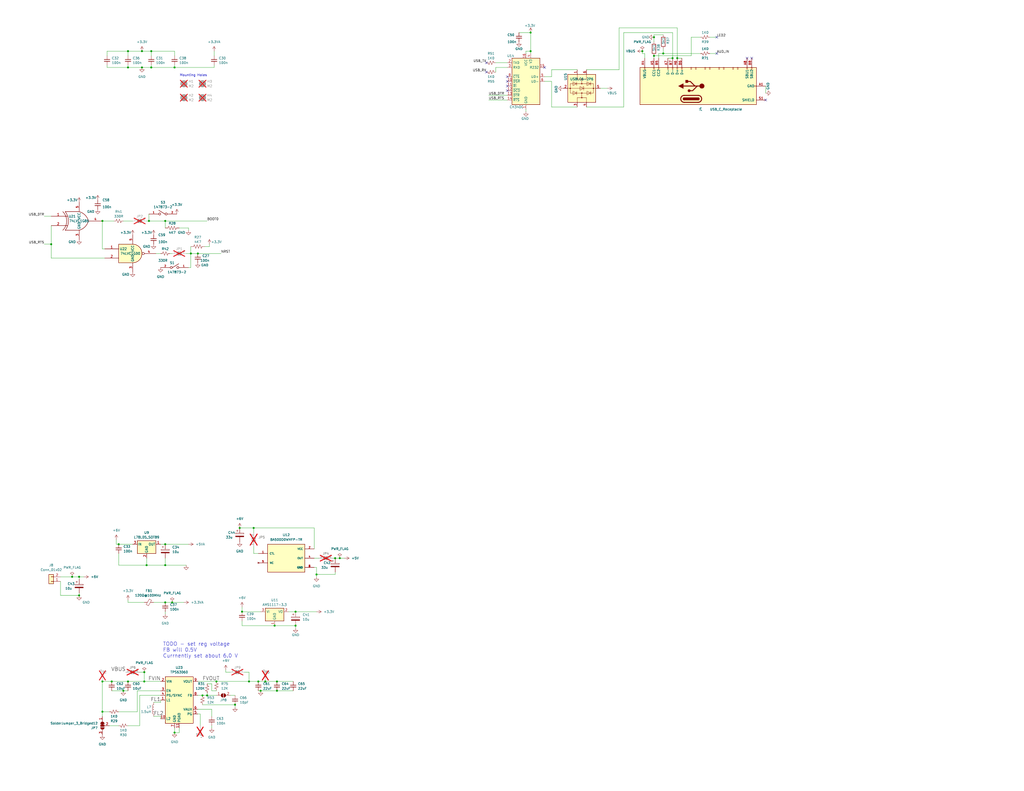
<source format=kicad_sch>
(kicad_sch (version 20230121) (generator eeschema)
  (paper "C")
  (title_block (title "Clock") (date "2023-12-25") (rev "V9.2") (company "Cullen Jennings"))
  (junction (at 77.47 27.94))
  (junction (at 118.11 372.11))
  (junction (at 161.29 341.63))
  (junction (at 43.18 325.12))
  (junction (at 113.03 379.73))
  (junction (at 81.28 120.65))
  (junction (at 107.95 138.43))
  (junction (at 361.95 29.21))
  (junction (at 185.42 304.8))
  (junction (at 151.13 377.19))
  (junction (at 140.97 372.11))
  (junction (at 356.87 30.48))
  (junction (at 60.96 372.11))
  (junction (at 138.43 288.29))
  (junction (at 182.88 304.8))
  (junction (at 55.88 388.62))
  (junction (at 128.27 384.81))
  (junction (at 55.88 372.11))
  (junction (at 69.85 36.83))
  (junction (at 77.47 36.83))
  (junction (at 69.85 27.94))
  (junction (at 130.81 288.29))
  (junction (at 367.03 31.75))
  (junction (at 90.17 308.61))
  (junction (at 369.57 31.75))
  (junction (at 142.24 377.19))
  (junction (at 80.01 308.61))
  (junction (at 90.17 120.65))
  (junction (at 82.55 27.94))
  (junction (at 350.52 27.94))
  (junction (at 82.55 36.83))
  (junction (at 69.85 372.11))
  (junction (at 95.25 400.05))
  (junction (at 27.94 133.35))
  (junction (at 93.98 328.93))
  (junction (at 135.89 372.11))
  (junction (at 132.08 334.01))
  (junction (at 64.77 297.18))
  (junction (at 95.25 36.83))
  (junction (at 161.29 334.01))
  (junction (at 172.72 313.69))
  (junction (at 289.56 17.78))
  (junction (at 289.56 27.94))
  (junction (at 104.14 138.43))
  (junction (at 43.18 314.96))
  (junction (at 39.37 314.96))
  (junction (at 151.13 372.11))
  (junction (at 90.17 297.18))
  (junction (at 110.49 379.73))
  (junction (at 67.31 377.19))
  (junction (at 90.17 328.93))
  (junction (at 78.74 367.03))
  (junction (at 356.87 20.32))
  (junction (at 149.86 341.63))
  (junction (at 55.88 120.65))
  (junction (at 144.78 372.11))
  (junction (at 78.74 372.11))
  (no_connect (at 417.83 54.61))
  (no_connect (at 410.21 31.75))
  (no_connect (at 276.86 44.45))
  (no_connect (at 391.16 29.21))
  (no_connect (at 297.18 36.83))
  (no_connect (at 276.86 41.91))
  (no_connect (at 407.67 31.75))
  (no_connect (at 276.86 46.99))
  (no_connect (at 265.43 34.29))
  (no_connect (at 276.86 49.53))
  (no_connect (at 265.43 39.37))
  (no_connect (at 391.16 20.32))
  (wire (pts (xy 69.85 372.11) (xy 78.74 372.11)))
  (wire (pts (xy 43.18 323.85) (xy 43.18 325.12)))
  (wire (pts (xy 58.42 27.94) (xy 69.85 27.94)))
  (wire (pts (xy 116.84 27.94) (xy 116.84 30.48)))
  (wire (pts (xy 95.25 27.94) (xy 82.55 27.94)))
  (wire (pts (xy 157.48 334.01) (xy 161.29 334.01)))
  (wire (pts (xy 161.29 341.63) (xy 161.29 342.9)))
  (wire (pts (xy 69.85 27.94) (xy 77.47 27.94)))
  (wire (pts (xy 33.02 325.12) (xy 43.18 325.12)))
  (wire (pts (xy 101.6 138.43) (xy 104.14 138.43)))
  (wire (pts (xy 161.29 334.01) (xy 172.72 334.01)))
  (wire (pts (xy 95.25 30.48) (xy 95.25 27.94)))
  (wire (pts (xy 276.86 54.61) (xy 266.7 54.61)))
  (wire (pts (xy 417.83 50.8) (xy 417.83 46.99)))
  (wire (pts (xy 81.28 116.84) (xy 81.28 120.65)))
  (wire (pts (xy 104.14 138.43) (xy 107.95 138.43)))
  (wire (pts (xy 76.2 379.73) (xy 87.63 379.73)))
  (wire (pts (xy 107.95 389.89) (xy 109.22 389.89)))
  (wire (pts (xy 300.99 41.91) (xy 297.18 41.91)))
  (wire (pts (xy 109.22 389.89) (xy 109.22 396.24)))
  (wire (pts (xy 97.79 400.05) (xy 95.25 400.05)))
  (wire (pts (xy 387.35 29.21) (xy 391.16 29.21)))
  (wire (pts (xy 85.09 138.43) (xy 87.63 138.43)))
  (wire (pts (xy 90.17 297.18) (xy 102.87 297.18)))
  (wire (pts (xy 107.95 372.11) (xy 118.11 372.11)))
  (wire (pts (xy 33.02 317.5) (xy 33.02 325.12)))
  (wire (pts (xy 55.88 388.62) (xy 55.88 391.16)))
  (wire (pts (xy 58.42 36.83) (xy 69.85 36.83)))
  (wire (pts (xy 92.71 138.43) (xy 93.98 138.43)))
  (wire (pts (xy 289.56 27.94) (xy 287.02 27.94)))
  (wire (pts (xy 64.77 297.18) (xy 63.5 297.18)))
  (wire (pts (xy 115.57 387.35) (xy 115.57 391.16)))
  (wire (pts (xy 118.11 372.11) (xy 135.89 372.11)))
  (wire (pts (xy 135.89 372.11) (xy 140.97 372.11)))
  (wire (pts (xy 90.17 334.01) (xy 90.17 335.28)))
  (wire (pts (xy 160.02 372.11) (xy 151.13 372.11)))
  (wire (pts (xy 172.72 314.96) (xy 172.72 313.69)))
  (wire (pts (xy 83.82 328.93) (xy 90.17 328.93)))
  (wire (pts (xy 270.51 34.29) (xy 276.86 34.29)))
  (wire (pts (xy 270.51 36.83) (xy 270.51 39.37)))
  (wire (pts (xy 350.52 27.94) (xy 350.52 29.21)))
  (wire (pts (xy 356.87 22.86) (xy 356.87 20.32)))
  (wire (pts (xy 300.99 38.1) (xy 300.99 41.91)))
  (wire (pts (xy 276.86 52.07) (xy 266.7 52.07)))
  (wire (pts (xy 76.2 367.03) (xy 78.74 367.03)))
  (wire (pts (xy 55.88 135.89) (xy 57.15 135.89)))
  (wire (pts (xy 81.28 120.65) (xy 90.17 120.65)))
  (wire (pts (xy 57.15 140.97) (xy 27.94 140.97)))
  (wire (pts (xy 151.13 377.19) (xy 160.02 377.19)))
  (wire (pts (xy 140.97 377.19) (xy 142.24 377.19)))
  (wire (pts (xy 87.63 383.54) (xy 87.63 382.27)))
  (wire (pts (xy 123.19 365.76) (xy 123.19 367.03)))
  (wire (pts (xy 27.94 140.97) (xy 27.94 133.35)))
  (wire (pts (xy 356.87 19.05) (xy 356.87 20.32)))
  (wire (pts (xy 185.42 304.8) (xy 187.96 304.8)))
  (wire (pts (xy 102.87 146.05) (xy 104.14 146.05)))
  (wire (pts (xy 113.03 378.46) (xy 113.03 379.73)))
  (wire (pts (xy 340.36 58.42) (xy 340.36 17.78)))
  (wire (pts (xy 83.82 383.54) (xy 87.63 383.54)))
  (wire (pts (xy 337.82 38.1) (xy 337.82 15.24)))
  (wire (pts (xy 60.96 377.19) (xy 67.31 377.19)))
  (wire (pts (xy 95.25 397.51) (xy 95.25 400.05)))
  (wire (pts (xy 87.63 377.19) (xy 74.93 377.19)))
  (wire (pts (xy 111.76 134.62) (xy 114.3 134.62)))
  (wire (pts (xy 138.43 288.29) (xy 171.45 288.29)))
  (wire (pts (xy 138.43 288.29) (xy 138.43 290.83)))
  (wire (pts (xy 87.63 297.18) (xy 90.17 297.18)))
  (wire (pts (xy 377.19 30.48) (xy 356.87 30.48)))
  (wire (pts (xy 90.17 328.93) (xy 93.98 328.93)))
  (wire (pts (xy 74.93 377.19) (xy 74.93 388.62)))
  (wire (pts (xy 132.08 334.01) (xy 142.24 334.01)))
  (wire (pts (xy 337.82 15.24) (xy 369.57 15.24)))
  (wire (pts (xy 90.17 120.65) (xy 113.03 120.65)))
  (wire (pts (xy 97.79 397.51) (xy 97.79 400.05)))
  (wire (pts (xy 69.85 35.56) (xy 69.85 36.83)))
  (wire (pts (xy 351.79 29.21) (xy 351.79 31.75)))
  (wire (pts (xy 76.2 396.24) (xy 76.2 379.73)))
  (wire (pts (xy 182.88 313.69) (xy 182.88 312.42)))
  (wire (pts (xy 67.31 120.65) (xy 72.39 120.65)))
  (wire (pts (xy 55.88 372.11) (xy 60.96 372.11)))
  (wire (pts (xy 123.19 367.03) (xy 125.73 367.03)))
  (wire (pts (xy 64.77 308.61) (xy 80.01 308.61)))
  (wire (pts (xy 39.37 314.96) (xy 43.18 314.96)))
  (wire (pts (xy 113.03 379.73) (xy 118.11 379.73)))
  (wire (pts (xy 133.35 367.03) (xy 135.89 367.03)))
  (wire (pts (xy 69.85 36.83) (xy 77.47 36.83)))
  (wire (pts (xy 74.93 388.62) (xy 64.77 388.62)))
  (wire (pts (xy 24.13 133.35) (xy 27.94 133.35)))
  (wire (pts (xy 289.56 17.78) (xy 289.56 27.94)))
  (wire (pts (xy 43.18 314.96) (xy 43.18 316.23)))
  (wire (pts (xy 359.41 29.21) (xy 359.41 31.75)))
  (wire (pts (xy 87.63 391.16) (xy 87.63 392.43)))
  (wire (pts (xy 320.04 38.1) (xy 337.82 38.1)))
  (wire (pts (xy 369.57 15.24) (xy 369.57 31.75)))
  (wire (pts (xy 69.85 396.24) (xy 76.2 396.24)))
  (wire (pts (xy 327.66 48.26) (xy 331.47 48.26)))
  (wire (pts (xy 104.14 146.05) (xy 104.14 138.43)))
  (wire (pts (xy 114.3 134.62) (xy 114.3 133.35)))
  (wire (pts (xy 82.55 27.94) (xy 82.55 30.48)))
  (wire (pts (xy 95.25 35.56) (xy 95.25 36.83)))
  (wire (pts (xy 113.03 379.73) (xy 110.49 379.73)))
  (wire (pts (xy 172.72 309.88) (xy 172.72 313.69)))
  (wire (pts (xy 182.88 304.8) (xy 185.42 304.8)))
  (wire (pts (xy 80.01 304.8) (xy 80.01 308.61)))
  (wire (pts (xy 69.85 328.93) (xy 78.74 328.93)))
  (wire (pts (xy 64.77 297.18) (xy 72.39 297.18)))
  (wire (pts (xy 320.04 58.42) (xy 340.36 58.42)))
  (wire (pts (xy 107.95 379.73) (xy 110.49 379.73)))
  (wire (pts (xy 356.87 30.48) (xy 356.87 31.75)))
  (wire (pts (xy 340.36 17.78) (xy 367.03 17.78)))
  (wire (pts (xy 367.03 17.78) (xy 367.03 31.75)))
  (wire (pts (xy 132.08 331.47) (xy 132.08 334.01)))
  (wire (pts (xy 55.88 388.62) (xy 55.88 372.11)))
  (wire (pts (xy 138.43 298.45) (xy 138.43 302.26)))
  (wire (pts (xy 93.98 328.93) (xy 100.33 328.93)))
  (wire (pts (xy 116.84 35.56) (xy 116.84 36.83)))
  (wire (pts (xy 80.01 120.65) (xy 81.28 120.65)))
  (wire (pts (xy 102.87 124.46) (xy 102.87 125.73)))
  (wire (pts (xy 69.85 27.94) (xy 69.85 30.48)))
  (wire (pts (xy 361.95 19.05) (xy 356.87 19.05)))
  (wire (pts (xy 115.57 373.38) (xy 113.03 373.38)))
  (wire (pts (xy 115.57 396.24) (xy 115.57 397.51)))
  (wire (pts (xy 78.74 372.11) (xy 87.63 372.11)))
  (wire (pts (xy 172.72 309.88) (xy 171.45 309.88)))
  (wire (pts (xy 64.77 302.26) (xy 64.77 308.61)))
  (wire (pts (xy 90.17 304.8) (xy 90.17 308.61)))
  (wire (pts (xy 90.17 308.61) (xy 80.01 308.61)))
  (wire (pts (xy 97.79 124.46) (xy 102.87 124.46)))
  (wire (pts (xy 297.18 44.45) (xy 300.99 44.45)))
  (wire (pts (xy 350.52 29.21) (xy 351.79 29.21)))
  (wire (pts (xy 110.49 384.81) (xy 128.27 384.81)))
  (wire (pts (xy 132.08 339.09) (xy 132.08 341.63)))
  (wire (pts (xy 60.96 372.11) (xy 69.85 372.11)))
  (wire (pts (xy 387.35 20.32) (xy 391.16 20.32)))
  (wire (pts (xy 115.57 377.19) (xy 115.57 373.38)))
  (wire (pts (xy 289.56 17.78) (xy 283.21 17.78)))
  (wire (pts (xy 181.61 304.8) (xy 182.88 304.8)))
  (wire (pts (xy 125.73 379.73) (xy 128.27 379.73)))
  (wire (pts (xy 377.19 20.32) (xy 377.19 30.48)))
  (wire (pts (xy 361.95 29.21) (xy 359.41 29.21)))
  (wire (pts (xy 140.97 372.11) (xy 144.78 372.11)))
  (wire (pts (xy 314.96 38.1) (xy 300.99 38.1)))
  (wire (pts (xy 149.86 341.63) (xy 161.29 341.63)))
  (wire (pts (xy 287.02 27.94) (xy 287.02 29.21)))
  (wire (pts (xy 367.03 31.75) (xy 364.49 31.75)))
  (wire (pts (xy 276.86 36.83) (xy 270.51 36.83)))
  (wire (pts (xy 300.99 44.45) (xy 300.99 58.42)))
  (wire (pts (xy 63.5 294.64) (xy 63.5 297.18)))
  (wire (pts (xy 83.82 391.16) (xy 87.63 391.16)))
  (wire (pts (xy 107.95 387.35) (xy 115.57 387.35)))
  (wire (pts (xy 55.88 120.65) (xy 62.23 120.65)))
  (wire (pts (xy 78.74 367.03) (xy 78.74 372.11)))
  (wire (pts (xy 144.78 372.11) (xy 151.13 372.11)))
  (wire (pts (xy 287.02 59.69) (xy 287.02 60.96)))
  (wire (pts (xy 104.14 134.62) (xy 104.14 138.43)))
  (wire (pts (xy 77.47 36.83) (xy 82.55 36.83)))
  (wire (pts (xy 171.45 304.8) (xy 173.99 304.8)))
  (wire (pts (xy 142.24 377.19) (xy 151.13 377.19)))
  (wire (pts (xy 135.89 367.03) (xy 135.89 372.11)))
  (wire (pts (xy 33.02 314.96) (xy 39.37 314.96)))
  (wire (pts (xy 59.69 388.62) (xy 55.88 388.62)))
  (wire (pts (xy 59.69 396.24) (xy 64.77 396.24)))
  (wire (pts (xy 172.72 313.69) (xy 182.88 313.69)))
  (wire (pts (xy 130.81 288.29) (xy 138.43 288.29)))
  (wire (pts (xy 361.95 26.67) (xy 361.95 29.21)))
  (wire (pts (xy 82.55 27.94) (xy 77.47 27.94)))
  (wire (pts (xy 382.27 20.32) (xy 377.19 20.32)))
  (wire (pts (xy 372.11 31.75) (xy 369.57 31.75)))
  (wire (pts (xy 45.72 314.96) (xy 43.18 314.96)))
  (wire (pts (xy 90.17 120.65) (xy 90.17 124.46)))
  (wire (pts (xy 67.31 377.19) (xy 69.85 377.19)))
  (wire (pts (xy 107.95 138.43) (xy 120.65 138.43)))
  (wire (pts (xy 171.45 288.29) (xy 171.45 299.72)))
  (wire (pts (xy 361.95 29.21) (xy 382.27 29.21)))
  (wire (pts (xy 118.11 377.19) (xy 115.57 377.19)))
  (wire (pts (xy 58.42 30.48) (xy 58.42 27.94)))
  (wire (pts (xy 289.56 27.94) (xy 289.56 29.21)))
  (wire (pts (xy 55.88 120.65) (xy 55.88 135.89)))
  (wire (pts (xy 138.43 302.26) (xy 140.97 302.26)))
  (wire (pts (xy 300.99 58.42) (xy 314.96 58.42)))
  (wire (pts (xy 58.42 35.56) (xy 58.42 36.83)))
  (wire (pts (xy 69.85 327.66) (xy 69.85 328.93)))
  (wire (pts (xy 128.27 384.81) (xy 128.27 386.08)))
  (wire (pts (xy 101.6 308.61) (xy 90.17 308.61)))
  (wire (pts (xy 24.13 118.11) (xy 27.94 118.11)))
  (wire (pts (xy 132.08 341.63) (xy 149.86 341.63)))
  (wire (pts (xy 82.55 35.56) (xy 82.55 36.83)))
  (wire (pts (xy 27.94 133.35) (xy 27.94 123.19)))
  (wire (pts (xy 82.55 36.83) (xy 95.25 36.83)))
  (wire (pts (xy 95.25 36.83) (xy 116.84 36.83)))
  (text "Mounting Holes" (at 113.03 41.91 0) (effects (font (size 1.27 1.27)) (justify right bottom)))
  (text "TODO - set reg voltage\nFB will 0.5V \nCurrnently set about 6.0 V " (at 88.9 359.41 0) (effects (font (size 2 2)) (justify left bottom)))
  (label "USB_TX" (at 265.43 34.29 180))
  (label "AUD_IN" (at 391.16 29.21 0))
  (label "USB_DTR" (at 24.13 118.11 180))
  (label "FL1" (at 87.63 383.54 180) (effects (font (size 2 2))))
  (label "FL2" (at 83.82 391.16 0) (effects (font (size 2 2))))
  (label "LED2" (at 391.16 20.32 0))
  (label "USB_DTR" (at 266.7 52.07 0))
  (label "FVOUT" (at 110.49 372.11 0) (effects (font (size 2 2))))
  (label "VBUS" (at 68.58 367.03 180) (effects (font (size 2 2))))
  (label "USB_RTS" (at 266.7 54.61 0))
  (label "USB_RTS" (at 24.13 133.35 180))
  (label "BOOT0" (at 113.03 120.65 0))
  (label "NRST" (at 120.65 138.43 0))
  (label "FVIN" (at 87.63 372.11 180) (effects (font (size 2 2))))
  (label "USB_RX" (at 265.43 39.37 180))
  (symbol (lib_id "power:+5V") (at 187.96 304.8 270) (unit 1)
    (property "Reference" "#PWR039" (effects hide))
    (property "Value" "+5V" (at 191.77 304.8 90) (effects (justify left)))
  )
  (symbol (lib_id "Jumper:SolderJumper_2_Bridged") (at 129.54 367.03 180) (unit 1) (in_bom no) (dnp yes)
    (property "Reference" "JP9" (at 129.54 364.49 0))
    (property "Value" "SolderJumper_2_Bridged" (effects hide))
    (property "Footprint" "Jumper:SolderJumper-2_P1.3mm_Bridged2Bar_RoundedPad1.0x1.5mm" (effects hide))
  )
  (symbol (lib_id "power:GND") (at 107.95 143.51 0) (mirror y) (unit 1)
    (property "Reference" "#PWR012" (effects hide))
    (property "Value" "GND" (at 111.76 144.78 0))
  )
  (symbol (lib_id "Device:R_US") (at 107.95 134.62 270) (unit 1)
    (property "Reference" "R27" (at 107.95 129.54 90))
    (property "Value" "4K7" (at 107.95 132.08 90))
    (property "Footprint" "Resistor_SMD:R_0603_1608Metric" (effects hide))
    (property "JLCPCB Part #" "C23162" (effects hide))
  )
  (symbol (lib_id "Jumper:SolderJumper_2_Bridged") (at 177.8 304.8 0) (unit 1) (in_bom no) (dnp yes)
    (property "Reference" "JP4" (at 177.8 302.26 0))
    (property "Value" "SolderJumper_2_Bridged" (effects hide))
    (property "Footprint" "Jumper:SolderJumper-2_P1.3mm_Bridged2Bar_RoundedPad1.0x1.5mm" (effects hide))
  )
  (symbol (lib_id "power:+3.3V") (at 43.18 110.49 0) (unit 1)
    (property "Reference" "#PWR0137" (effects hide))
    (property "Value" "+3.3V" (at 39.37 109.22 0))
  )
  (symbol (lib_id "Device:C_Small") (at 60.96 374.65 0) (unit 1)
    (property "Reference" "C62" (at 63.5 373.3863 0) (effects (justify left)))
    (property "Value" "10uF" (at 63.5 375.9263 0) (effects (justify left)))
    (property "Footprint" "Capacitor_SMD:C_0603_1608Metric" (effects hide))
    (property "JLCPCB Part #" "C96446" (effects hide))
  )
  (symbol (lib_id "Connector:TestPoint") (at 144.78 372.11 0) (unit 1) (in_bom no) (dnp yes)
    (property "Reference" "TP3" (at 143.51 367.03 0) (effects (justify left)))
    (property "Value" "~" (at 143.51 365.76 0) (effects (justify left)))
    (property "Footprint" "TestPoint:TestPoint_THTPad_D1.5mm_Drill0.7mm" (effects hide))
  )
  (symbol (lib_id "power:PWR_FLAG") (at 185.42 304.8 0) (unit 1)
    (property "Reference" "#FLG05" (effects hide))
    (property "Value" "PWR_FLAG" (at 185.42 299.72 0))
  )
  (symbol (lib_id "power:GND") (at 128.27 386.08 0) (unit 1)
    (property "Reference" "#PWR0115" (effects hide))
    (property "Value" "GND" (effects hide))
  )
  (symbol (lib_id "BlinkyShared:BA50DD0WHFP-TR") (at 156.21 304.8 0) (unit 1)
    (property "Reference" "U12" (at 156.21 292.1 0))
    (property "Value" "BA50DD0WHFP-TR" (at 156.21 294.64 0))
    (property "Footprint" "DPAK172P1054X200-6N" (effects hide))
    (property "Datasheet" "https://jlcpcb.com/partdetail/RohmSemicon-BA50DD0WHFPTR/C509718#:~:text=Datasheet-,Download,-Source" (effects hide))
    (property "PARTREV" "003" (effects hide))
    (property "MANUFACTURER" "Rohm Semiconductor" (effects hide))
    (property "MAXIMUM_PACKAGE_HEIGHT" "2.005 mm" (effects hide))
    (property "STANDARD" "IPC 7351B" (effects hide))
    (property "JLCPCB Position Offset" "-1.5,0" (effects hide))
    (property "JLCPCB Part #" "C509718" (effects hide))
  )
  (symbol (lib_id "power:+3.3V") (at 72.39 128.27 0) (unit 1)
    (property "Reference" "#PWR0138" (effects hide))
    (property "Value" "+3.3V" (at 68.58 127 0))
  )
  (symbol (lib_id "Device:R_Small_US") (at 62.23 388.62 90) (mirror x) (unit 1)
    (property "Reference" "R29" (at 62.23 393.7 90))
    (property "Value" "1K0" (at 62.23 391.16 90))
    (property "Footprint" "Resistor_SMD:R_0603_1608Metric" (effects hide))
    (property "JLCPCB Part #" "C21190" (effects hide))
  )
  (symbol (lib_id "Device:C_Small") (at 83.82 130.81 0) (unit 1)
    (property "Reference" "C59" (at 86.36 128.27 0) (effects (justify left)))
    (property "Value" "100n" (at 86.36 132.08 0) (effects (justify left)))
    (property "Footprint" "Capacitor_SMD:C_0402_1005Metric" (effects hide))
    (property "JLCPCB Part #" "C307331" (effects hide))
  )
  (symbol (lib_id "power:+3.3V") (at 53.34 109.22 0) (unit 1)
    (property "Reference" "#PWR0141" (effects hide))
    (property "Value" "+3.3V" (at 49.53 107.95 0))
  )
  (symbol (lib_id "Device:R_Small_US") (at 67.31 396.24 90) (mirror x) (unit 1)
    (property "Reference" "R30" (at 67.31 401.32 90))
    (property "Value" "1K0" (at 67.31 398.78 90))
    (property "Footprint" "Resistor_SMD:R_0603_1608Metric" (effects hide))
    (property "JLCPCB Part #" "C21190" (effects hide))
  )
  (symbol (lib_id "power:GND") (at 356.87 20.32 270) (unit 1)
    (property "Reference" "#PWR074" (effects hide))
    (property "Value" "GND" (at 354.33 20.32 90) (effects (justify right)))
  )
  (symbol (lib_id "power:GND") (at 172.72 314.96 0) (unit 1)
    (property "Reference" "#PWR044" (effects hide))
    (property "Value" "GND" (at 172.72 320.04 0))
  )
  (symbol (lib_id "power:GND") (at 102.87 125.73 0) (unit 1)
    (property "Reference" "#PWR013" (effects hide))
    (property "Value" "GND" (at 99.06 127 0))
  )
  (symbol (lib_id "Device:C_Small") (at 69.85 374.65 0) (unit 1)
    (property "Reference" "C60" (at 72.39 373.3863 0) (effects (justify left)))
    (property "Value" "10uF" (at 72.39 375.9263 0) (effects (justify left)))
    (property "Footprint" "Capacitor_SMD:C_0603_1608Metric" (effects hide))
    (property "JLCPCB Part #" "C96446" (effects hide))
  )
  (symbol (lib_id "Regulator_Switching:TPS63060") (at 97.79 382.27 0) (unit 1)
    (property "Reference" "U23" (at 97.79 364.49 0))
    (property "Value" "TPS63060" (at 97.79 367.03 0))
    (property "Footprint" "Package_SON:Texas_S-PWSON-N10_ThermalVias" (effects hide))
    (property "Datasheet" "http://www.ti.com/lit/ds/symlink/tps63060.pdf" (effects hide))
    (property "JLCPCB Part #" "C48567" (effects hide))
  )
  (symbol (lib_id "power:GND") (at 115.57 397.51 0) (unit 1)
    (property "Reference" "#PWR092" (effects hide))
    (property "Value" "GND" (at 115.57 402.59 0))
  )
  (symbol (lib_id "power:+3.3V") (at 69.85 327.66 0) (unit 1)
    (property "Reference" "#PWR052" (effects hide))
    (property "Value" "+3.3V" (at 69.85 322.58 0))
  )
  (symbol (lib_id "power:GND") (at 95.25 400.05 0) (unit 1)
    (property "Reference" "#PWR076" (effects hide))
    (property "Value" "GND" (at 95.25 405.13 0))
  )
  (symbol (lib_id "power:GND") (at 90.17 335.28 0) (unit 1)
    (property "Reference" "#PWR053" (effects hide))
    (property "Value" "GND" (at 90.17 340.36 0))
  )
  (symbol (lib_id "Device:R") (at 361.95 22.86 0) (unit 1)
    (property "Reference" "R37" (at 364.49 24.13 90) (effects (justify left)))
    (property "Value" "5k1" (at 361.95 24.13 90) (effects (justify left)))
    (property "Footprint" "Resistor_SMD:R_0603_1608Metric" (effects hide))
    (property "JLCPCB Part #" "C23186" (effects hide))
  )
  (symbol (lib_id "Jumper:SolderJumper_2_Open") (at 121.92 379.73 0) (unit 1) (in_bom no)
    (property "Reference" "JP8" (at 121.92 382.27 0))
    (property "Value" "SolderJumper_2_Open" (effects hide))
    (property "Footprint" "Jumper:SolderJumper-2_P1.3mm_Open_RoundedPad1.0x1.5mm" (effects hide))
  )
  (symbol (lib_id "Jumper:SolderJumper_2_Bridged") (at 76.2 120.65 0) (unit 1) (in_bom no) (dnp yes)
    (property "Reference" "JP2" (at 76.2 118.11 0))
    (property "Value" "SolderJumper_2_Bridged" (effects hide))
    (property "Footprint" "Jumper:SolderJumper-2_P1.3mm_Bridged2Bar_RoundedPad1.0x1.5mm" (effects hide))
  )
  (symbol (lib_id "74xGxx:74LVC1G00") (at 72.39 138.43 0) (unit 1)
    (property "Reference" "U22" (at 67.31 135.89 0))
    (property "Value" "74LVC1G00" (at 71.12 138.43 0))
    (property "Footprint" "Package_TO_SOT_SMD:SOT-23-5" (effects hide))
    (property "Datasheet" "https://www.ti.com/lit/ds/symlink/sn74lvc1g00.pdf" (effects hide))
    (property "JLCPCB Part #" "C7826" (effects hide))
    (property "JLCPCB Rotation Offset" "180" (effects hide))
  )
  (symbol (lib_id "Device:C_Polarized") (at 130.81 292.1 0) (unit 1)
    (property "Reference" "C44" (at 124.46 290.83 0) (effects (justify left)))
    (property "Value" "33u" (at 123.19 293.37 0) (effects (justify left)))
    (property "Footprint" "Capacitor_Tantalum_SMD:CP_EIA-3528-21_Kemet-B" (effects hide))
    (property "JLCPCB Part #" "C128342" (effects hide))
  )
  (symbol (lib_id "BlinkyShared:147873-2") (at 88.9 116.84 0) (unit 1)
    (property "Reference" "S3" (at 88.9 110.49 0))
    (property "Value" "147873-2" (at 88.9 113.03 0))
    (property "Footprint" "SW_147873-2" (effects hide))
    (property "Comment" "147873-2" (effects hide))
    (property "Contact_Current_Rating" "50 mA" (effects hide))
    (property "Configuration_Pole-Throw" "Single Pole - Single Throw" (effects hide))
    (property "JLCPCB Part #" "C266189" (effects hide))
  )
  (symbol (lib_id "Mechanical:MountingHole") (at 110.49 45.72 0) (unit 1) (in_bom no) (dnp yes)
    (property "Reference" "H3" (at 113.03 44.45 0) (effects (justify left)))
    (property "Value" "M2" (at 113.03 46.99 0) (effects (justify left)))
    (property "Footprint" "MountingHole:MountingHole_2.2mm_M2" (effects hide))
  )
  (symbol (lib_id "BlinkyShared:USB_C_Receptacle") (at 377.19 46.99 90) (unit 1)
    (property "Reference" "J4" (at 382.27 58.42 0) (effects (justify right)))
    (property "Value" "USB_C_Receptacle" (at 387.35 59.69 90) (effects (justify right)))
    (property "Footprint" "Connector_USB:USB_C_Receptacle_HRO_TYPE-C-31-M-12" (effects hide))
    (property "Datasheet" "https://www.usb.org/sites/default/files/documents/usb_type-c.zip" (effects hide))
    (property "JLCPCB Part #" "C165948" (effects hide))
    (property "JLCPCB Position Offset" "0,1.1" (effects hide))
  )
  (symbol (lib_id "Device:C_Small") (at 69.85 33.02 0) (unit 1)
    (property "Reference" "C36" (at 72.39 31.7563 0) (effects (justify left)))
    (property "Value" "100n" (at 72.39 34.2963 0) (effects (justify left)))
    (property "Footprint" "Capacitor_SMD:C_0402_1005Metric" (effects hide))
    (property "JLCPCB Part #" "C307331" (effects hide))
  )
  (symbol (lib_id "Device:C_Small") (at 64.77 299.72 180) (unit 1)
    (property "Reference" "C33" (at 67.31 298.4436 0) (effects (justify right)))
    (property "Value" "100n" (at 67.31 300.9836 0) (effects (justify right)))
    (property "Footprint" "Capacitor_SMD:C_0402_1005Metric" (effects hide))
    (property "JLCPCB Part #" "C307331" (effects hide))
  )
  (symbol (lib_id "power:GND") (at 283.21 22.86 0) (mirror y) (unit 1)
    (property "Reference" "#PWR011" (effects hide))
    (property "Value" "GND" (at 283.21 26.67 0))
  )
  (symbol (lib_id "Device:C_Small") (at 140.97 374.65 0) (unit 1)
    (property "Reference" "C61" (at 143.51 373.3863 0) (effects (justify left)))
    (property "Value" "22uF" (at 143.51 375.9263 0) (effects (justify left)))
    (property "Footprint" "Capacitor_SMD:C_0805_2012Metric" (effects hide))
    (property "JLCPCB Part #" "C45783" (effects hide))
  )
  (symbol (lib_id "Device:C_Polarized") (at 90.17 300.99 0) (unit 1)
    (property "Reference" "C34" (at 93.98 298.831 0) (effects (justify left)))
    (property "Value" "10u" (at 93.98 301.371 0) (effects (justify left)))
    (property "Footprint" "Capacitor_Tantalum_SMD:CP_EIA-3216-18_Kemet-A" (effects hide))
    (property "JLCPCB Part #" "C7171" (effects hide))
  )
  (symbol (lib_id "Regulator_Linear:L78L05_SOT89") (at 80.01 297.18 0) (unit 1)
    (property "Reference" "U9" (at 80.01 290.83 0))
    (property "Value" "L78L05_SOT89" (at 80.01 293.37 0))
    (property "Footprint" "Package_TO_SOT_SMD:SOT-89-3" (effects hide))
    (property "Datasheet" "http://www.st.com/content/ccc/resource/technical/document/datasheet/15/55/e5/aa/23/5b/43/fd/CD00000446.pdf/files/CD00000446.pdf/jcr:content/translations/en.CD00000446.pdf" (effects hide))
    (property "JLCPCB Rotation Offset" "180" (effects hide))
    (property "JLCPCB Part #" "C71136" (effects hide))
    (property "JLCPCB Position Offset" "0.5,0" (effects hide))
  )
  (symbol (lib_id "power:GND") (at 43.18 130.81 0) (unit 1)
    (property "Reference" "#PWR0135" (effects hide))
    (property "Value" "GND" (at 39.37 132.08 0))
  )
  (symbol (lib_id "power:+3.3VA") (at 116.84 27.94 0) (unit 1)
    (property "Reference" "#PWR06" (effects hide))
    (property "Value" "+3.3VA" (at 116.84 22.86 0))
  )
  (symbol (lib_id "power:+6V") (at 130.81 288.29 0) (unit 1)
    (property "Reference" "#PWR036" (effects hide))
    (property "Value" "+6V" (at 130.81 283.21 0))
  )
  (symbol (lib_id "Connector_Generic:Conn_01x02") (at 27.94 317.5 180) (unit 1)
    (property "Reference" "J8" (at 27.94 308.61 0))
    (property "Value" "Conn_01x02" (at 27.94 311.15 0))
    (property "Footprint" "Connector_JST:JST_PH_S2B-PH-SM4-TB_1x02-1MP_P2.00mm_Horizontal" (effects hide))
    (property "JLCPCB Part #" "C295747" (effects hide))
  )
  (symbol (lib_id "power:GND") (at 87.63 146.05 0) (mirror y) (unit 1)
    (property "Reference" "#PWR066" (effects hide))
    (property "Value" "GND" (at 87.63 151.13 0))
  )
  (symbol (lib_id "Device:R_Small_US") (at 267.97 34.29 270) (mirror x) (unit 1)
    (property "Reference" "R51" (at 267.97 29.21 90))
    (property "Value" "1K0" (at 267.97 31.75 90))
    (property "Footprint" "Resistor_SMD:R_0603_1608Metric" (effects hide))
    (property "JLCPCB Part #" "C21190" (effects hide))
  )
  (symbol (lib_id "Device:C_Small") (at 90.17 331.47 180) (unit 1)
    (property "Reference" "C37" (at 92.71 330.1936 0) (effects (justify right)))
    (property "Value" "100n" (at 92.71 332.7336 0) (effects (justify right)))
    (property "Footprint" "Capacitor_SMD:C_0603_1608Metric" (effects hide))
    (property "JLCPCB Part #" "C14663" (effects hide))
  )
  (symbol (lib_id "power:GND") (at 83.82 133.35 0) (unit 1)
    (property "Reference" "#PWR0140" (effects hide))
    (property "Value" "GND" (at 80.01 134.62 0))
  )
  (symbol (lib_id "Device:C_Small") (at 116.84 33.02 0) (unit 1)
    (property "Reference" "C30" (at 119.38 31.7563 0) (effects (justify left)))
    (property "Value" "100n" (at 119.38 34.2963 0) (effects (justify left)))
    (property "Footprint" "Capacitor_SMD:C_0402_1005Metric" (effects hide))
    (property "JLCPCB Part #" "C307331" (effects hide))
  )
  (symbol (lib_id "Device:L") (at 83.82 387.35 0) (mirror y) (unit 1)
    (property "Reference" "L7" (at 82.55 386.08 0) (effects (justify left)))
    (property "Value" "1.5uH" (at 82.55 388.62 0) (effects (justify left)))
    (property "Footprint" "Inductor_SMD:L_Coilcraft_XAL4020-XXX" (effects hide))
    (property "JLCPCB Part #" "C3033018" (effects hide))
    (property "MPN" "XFL4020-152MEC" (effects hide))
    (property "MANUFACTURER" "Coilcraft" (effects hide))
  )
  (symbol (lib_id "Device:C_Small") (at 160.02 374.65 0) (unit 1)
    (property "Reference" "C65" (at 162.56 373.3863 0) (effects (justify left)))
    (property "Value" "22uF" (at 162.56 375.9263 0) (effects (justify left)))
    (property "Footprint" "Capacitor_SMD:C_0805_2012Metric" (effects hide))
    (property "JLCPCB Part #" "C45783" (effects hide))
  )
  (symbol (lib_id "power:GND") (at 72.39 148.59 0) (unit 1)
    (property "Reference" "#PWR0136" (effects hide))
    (property "Value" "GND" (at 68.58 149.86 0))
  )
  (symbol (lib_id "Device:R_Small_US") (at 113.03 375.92 0) (unit 1)
    (property "Reference" "R31" (at 107.95 373.38 0) (effects (justify left)))
    (property "Value" "120K" (at 106.68 375.92 0) (effects (justify left)))
    (property "Footprint" "Resistor_SMD:R_0603_1608Metric" (effects hide))
  )
  (symbol (lib_id "Device:R_Small_US") (at 384.81 20.32 90) (mirror x) (unit 1)
    (property "Reference" "R39" (at 384.81 22.86 90))
    (property "Value" "1K0" (at 384.81 17.78 90))
    (property "Footprint" "Resistor_SMD:R_0603_1608Metric" (effects hide))
    (property "JLCPCB Part #" "C21190" (effects hide))
  )
  (symbol (lib_id "Jumper:SolderJumper_3_Bridged12") (at 55.88 396.24 90) (mirror x) (unit 1) (in_bom no)
    (property "Reference" "JP7" (at 53.34 397.51 90) (effects (justify left)))
    (property "Value" "SolderJumper_3_Bridged12" (at 53.34 394.97 90) (effects (justify left)))
    (property "Footprint" "Jumper:SolderJumper-3_P1.3mm_Bridged2Bar12_RoundedPad1.0x1.5mm" (effects hide))
  )
  (symbol (lib_id "Jumper:SolderJumper_2_Bridged") (at 97.79 138.43 0) (unit 1) (in_bom no) (dnp yes)
    (property "Reference" "JP1" (at 97.79 135.89 0))
    (property "Value" "SolderJumper_2_Bridged" (effects hide))
    (property "Footprint" "Jumper:SolderJumper-2_P1.3mm_Bridged2Bar_RoundedPad1.0x1.5mm" (effects hide))
  )
  (symbol (lib_id "Device:R_Small_US") (at 267.97 39.37 90) (mirror x) (unit 1)
    (property "Reference" "R55" (at 267.97 44.45 90))
    (property "Value" "1K0" (at 267.97 41.91 90))
    (property "Footprint" "Resistor_SMD:R_0603_1608Metric" (effects hide))
    (property "JLCPCB Part #" "C21190" (effects hide))
  )
  (symbol (lib_id "power:GND") (at 307.34 48.26 270) (unit 1)
    (property "Reference" "#PWR031" (effects hide))
    (property "Value" "GND" (at 303.53 50.8 0) (effects (justify right)))
  )
  (symbol (lib_id "Jumper:SolderJumper_2_Open") (at 138.43 294.64 90) (unit 1) (in_bom no) (dnp yes)
    (property "Reference" "JP5" (at 140.97 293.37 90) (effects (justify right)))
    (property "Value" "SolderJumper_2_Open" (effects hide))
    (property "Footprint" "Jumper:SolderJumper-2_P1.3mm_Bridged_RoundedPad1.0x1.5mm" (effects hide))
  )
  (symbol (lib_id "power:GND") (at 101.6 308.61 0) (unit 1)
    (property "Reference" "#PWR046" (effects hide))
    (property "Value" "GND" (effects hide))
  )
  (symbol (lib_id "Device:C_Polarized") (at 182.88 308.61 0) (unit 1)
    (property "Reference" "C42" (at 176.53 307.34 0) (effects (justify left)))
    (property "Value" "33u" (at 175.26 309.88 0) (effects (justify left)))
    (property "Footprint" "Capacitor_Tantalum_SMD:CP_EIA-3528-21_Kemet-B" (effects hide))
    (property "JLCPCB Part #" "C128342" (effects hide))
  )
  (symbol (lib_id "Jumper:SolderJumper_2_Bridged") (at 72.39 367.03 0) (unit 1) (in_bom no) (dnp yes)
    (property "Reference" "JP6" (at 72.39 364.49 0))
    (property "Value" "SolderJumper_2_Bridged" (effects hide))
    (property "Footprint" "Jumper:SolderJumper-2_P1.3mm_Bridged2Bar_RoundedPad1.0x1.5mm" (effects hide))
  )
  (symbol (lib_id "Device:R_Small_US") (at 110.49 382.27 0) (unit 1)
    (property "Reference" "R53" (at 113.03 381 0) (effects (justify left)))
    (property "Value" "12K" (at 113.03 383.54 0) (effects (justify left)))
    (property "Footprint" "Resistor_SMD:R_0603_1608Metric" (effects hide))
    (property "JLCPCB Part #" "C22790" (effects hide))
  )
  (symbol (lib_id "Device:C_Small") (at 128.27 382.27 0) (unit 1)
    (property "Reference" "C66" (at 130.81 381.0063 0) (effects (justify left)))
    (property "Value" "10pF" (at 130.81 383.5463 0) (effects (justify left)))
    (property "Footprint" "Capacitor_SMD:C_0603_1608Metric" (effects hide))
    (property "JLCPCB Part #" "C1634" (effects hide))
  )
  (symbol (lib_id "power:PWR_FLAG") (at 93.98 328.93 0) (unit 1)
    (property "Reference" "#FLG01" (effects hide))
    (property "Value" "PWR_FLAG" (at 93.98 323.85 0))
  )
  (symbol (lib_id "Device:C_Small") (at 283.21 20.32 0) (unit 1)
    (property "Reference" "C50" (at 276.86 19.05 0) (effects (justify left)))
    (property "Value" "100n" (at 276.86 22.86 0) (effects (justify left)))
    (property "Footprint" "Capacitor_SMD:C_0402_1005Metric" (effects hide))
    (property "JLCPCB Part #" "C307331" (effects hide))
  )
  (symbol (lib_id "power:PWR_FLAG") (at 39.37 314.96 0) (unit 1)
    (property "Reference" "#FLG02" (effects hide))
    (property "Value" "PWR_FLAG" (at 39.37 309.88 0))
  )
  (symbol (lib_id "power:+3.3V") (at 289.56 17.78 0) (mirror y) (unit 1)
    (property "Reference" "#PWR028" (effects hide))
    (property "Value" "+3.3V" (at 292.1 13.97 0) (effects (justify left)))
  )
  (symbol (lib_id "power:GND") (at 43.18 325.12 0) (unit 1)
    (property "Reference" "#PWR042" (effects hide))
    (property "Value" "GND" (at 46.99 328.93 0))
  )
  (symbol (lib_id "Device:C_Polarized") (at 43.18 320.04 0) (unit 1)
    (property "Reference" "C43" (at 36.83 318.77 0) (effects (justify left)))
    (property "Value" "10u" (at 35.56 321.31 0) (effects (justify left)))
    (property "Footprint" "Capacitor_Tantalum_SMD:CP_EIA-3216-18_Kemet-A" (effects hide))
    (property "JLCPCB Part #" "C7171" (effects hide))
  )
  (symbol (lib_id "Regulator_Linear:AMS1117-3.3") (at 149.86 334.01 0) (unit 1)
    (property "Reference" "U11" (at 149.86 327.66 0))
    (property "Value" "AMS1117-3.3" (at 149.86 330.2 0))
    (property "Footprint" "Package_TO_SOT_SMD:SOT-223-3_TabPin2" (effects hide))
    (property "Datasheet" "http://www.advanced-monolithic.com/pdf/ds1117.pdf" (effects hide))
    (property "JLCPCB Rotation Offset" "180" (effects hide))
    (property "JLCPCB Part #" "C6186" (effects hide))
  )
  (symbol (lib_id "power:+5VA") (at 102.87 297.18 270) (unit 1)
    (property "Reference" "#PWR037" (effects hide))
    (property "Value" "+5VA" (at 106.68 297.18 90) (effects (justify left)))
  )
  (symbol (lib_id "power:+3.3V") (at 96.52 116.84 0) (unit 1)
    (property "Reference" "#PWR084" (effects hide))
    (property "Value" "+3.3V" (at 96.52 111.76 0))
  )
  (symbol (lib_id "Device:C_Small") (at 151.13 374.65 0) (unit 1)
    (property "Reference" "C64" (at 153.67 373.3863 0) (effects (justify left)))
    (property "Value" "22uF" (at 153.67 375.9263 0) (effects (justify left)))
    (property "Footprint" "Capacitor_SMD:C_0805_2012Metric" (effects hide))
    (property "JLCPCB Part #" "C45783" (effects hide))
  )
  (symbol (lib_id "Power_Protection:USBLC6-2P6") (at 317.5 48.26 270) (unit 1)
    (property "Reference" "U15" (at 308.61 41.91 0))
    (property "Value" "USBLC6-2P6" (at 317.5 43.18 90))
    (property "Footprint" "Package_TO_SOT_SMD:SOT-666" (effects hide))
    (property "Datasheet" "https://www.st.com/resource/en/datasheet/usblc6-2.pdf" (effects hide))
    (property "JLCPCB Part #" "C2827693" (effects hide))
    (property "JLCPCB Rotation Offset" "270" (effects hide))
  )
  (symbol (lib_id "Device:C_Small") (at 107.95 140.97 0) (mirror y) (unit 1)
    (property "Reference" "C27" (at 114.3 139.7 0) (effects (justify left)))
    (property "Value" "100n" (at 114.3 142.24 0) (effects (justify left)))
    (property "Footprint" "Capacitor_SMD:C_0603_1608Metric" (effects hide))
    (property "JLCPCB Part #" "C14663" (effects hide))
  )
  (symbol (lib_id "power:GND") (at 417.83 50.8 90) (unit 1)
    (property "Reference" "#PWR080" (effects hide))
    (property "Value" "GND" (at 419.1 46.99 0))
  )
  (symbol (lib_id "power:GND") (at 287.02 60.96 0) (mirror y) (unit 1)
    (property "Reference" "#PWR020" (effects hide))
    (property "Value" "GND" (at 284.48 64.77 0) (effects (justify right)))
  )
  (symbol (lib_id "Mechanical:MountingHole") (at 110.49 53.34 0) (unit 1) (in_bom no) (dnp yes)
    (property "Reference" "H4" (at 113.03 52.07 0) (effects (justify left)))
    (property "Value" "M2" (at 113.03 54.61 0) (effects (justify left)))
    (property "Footprint" "MountingHole:MountingHole_2.2mm_M2" (effects hide))
  )
  (symbol (lib_id "power:PWR_FLAG") (at 78.74 367.03 0) (unit 1)
    (property "Reference" "#FLG06" (effects hide))
    (property "Value" "PWR_FLAG" (at 78.74 361.95 0))
  )
  (symbol (lib_id "power:PWR_FLAG") (at 350.52 27.94 0) (unit 1)
    (property "Reference" "#FLG04" (effects hide))
    (property "Value" "PWR_FLAG" (at 350.52 22.86 0))
  )
  (symbol (lib_id "Device:R") (at 356.87 26.67 0) (unit 1)
    (property "Reference" "R38" (at 359.41 27.94 90) (effects (justify left)))
    (property "Value" "5k1" (at 356.87 27.94 90) (effects (justify left)))
    (property "Footprint" "Resistor_SMD:R_0603_1608Metric" (effects hide))
    (property "JLCPCB Part #" "C23186" (effects hide))
  )
  (symbol (lib_id "power:+6V") (at 45.72 314.96 270) (unit 1)
    (property "Reference" "#PWR030" (effects hide))
    (property "Value" "+6V" (at 49.53 314.96 90) (effects (justify left)))
  )
  (symbol (lib_id "power:GND") (at 77.47 36.83 0) (unit 1)
    (property "Reference" "#PWR05" (effects hide))
    (property "Value" "GND" (at 77.47 41.91 0))
  )
  (symbol (lib_id "power:+3.3VA") (at 100.33 328.93 270) (unit 1)
    (property "Reference" "#PWR035" (effects hide))
    (property "Value" "+3.3VA" (at 104.14 328.93 90) (effects (justify left)))
  )
  (symbol (lib_id "Device:C_Small") (at 115.57 393.7 180) (unit 1)
    (property "Reference" "C63" (at 118.11 392.4236 0) (effects (justify right)))
    (property "Value" "100n" (at 118.11 394.9636 0) (effects (justify right)))
    (property "Footprint" "Capacitor_SMD:C_0603_1608Metric" (effects hide))
    (property "JLCPCB Part #" "C14663" (effects hide))
  )
  (symbol (lib_id "power:+6V") (at 123.19 365.76 0) (unit 1)
    (property "Reference" "#PWR0143" (effects hide))
    (property "Value" "+6V" (at 123.19 360.68 0))
  )
  (symbol (lib_id "Device:C_Small") (at 82.55 33.02 0) (unit 1)
    (property "Reference" "C31" (at 85.09 31.7563 0) (effects (justify left)))
    (property "Value" "100n" (at 85.09 34.2963 0) (effects (justify left)))
    (property "Footprint" "Capacitor_SMD:C_0402_1005Metric" (effects hide))
    (property "JLCPCB Part #" "C307331" (effects hide))
  )
  (symbol (lib_id "Interface_USB:CH340C") (at 287.02 44.45 0) (mirror y) (unit 1)
    (property "Reference" "U14" (at 280.67 30.48 0) (effects (justify left)))
    (property "Value" "CH340C" (at 285.75 58.42 0) (effects (justify left)))
    (property "Footprint" "Package_SO:SOIC-16_3.9x9.9mm_P1.27mm" (effects hide))
    (property "Datasheet" "https://datasheet.lcsc.com/szlcsc/Jiangsu-Qin-Heng-CH340C_C84681.pdf" (effects hide))
    (property "JLCPCB Part #" "C84681" (effects hide))
    (property "JLCPCB Rotation Offset" "270" (effects hide))
  )
  (symbol (lib_id "power:GND") (at 67.31 377.19 0) (unit 1)
    (property "Reference" "#PWR075" (effects hide))
    (property "Value" "GND" (at 67.31 382.27 0))
  )
  (symbol (lib_id "power:GND") (at 142.24 377.19 0) (unit 1)
    (property "Reference" "#PWR077" (effects hide))
    (property "Value" "GND" (effects hide))
  )
  (symbol (lib_id "Device:FerriteBead_Small") (at 81.28 328.93 90) (unit 1)
    (property "Reference" "FB1" (at 81.2419 322.58 90))
    (property "Value" "120Ω@100MHz " (at 81.2419 325.12 90))
    (property "Footprint" "Resistor_SMD:R_0603_1608Metric" (effects hide))
    (property "JLCPCB Part #" "C127301" (effects hide))
  )
  (symbol (lib_id "Device:C_Polarized") (at 161.29 337.82 0) (unit 1)
    (property "Reference" "C41" (at 165.1 335.661 0) (effects (justify left)))
    (property "Value" "10u" (at 165.1 338.201 0) (effects (justify left)))
    (property "Footprint" "Capacitor_Tantalum_SMD:CP_EIA-3216-18_Kemet-A" (effects hide))
    (property "JLCPCB Part #" "C7171" (effects hide))
  )
  (symbol (lib_id "Device:R_Small_US") (at 384.81 29.21 90) (mirror x) (unit 1)
    (property "Reference" "R71" (at 384.81 31.75 90))
    (property "Value" "1K0" (at 384.81 26.67 90))
    (property "Footprint" "Resistor_SMD:R_0603_1608Metric" (effects hide))
    (property "JLCPCB Part #" "C21190" (effects hide))
  )
  (symbol (lib_id "BlinkyShared:147873-2") (at 95.25 146.05 0) (mirror y) (unit 1)
    (property "Reference" "S1" (at 93.98 143.51 0))
    (property "Value" "147873-2" (at 96.52 148.59 0))
    (property "Footprint" "SW_147873-2" (effects hide))
    (property "Comment" "147873-2" (effects hide))
    (property "Contact_Current_Rating" "50 mA" (effects hide))
    (property "Configuration_Pole-Throw" "Single Pole - Single Throw" (effects hide))
    (property "JLCPCB Part #" "C266189" (effects hide))
  )
  (symbol (lib_id "Device:C_Small") (at 95.25 33.02 0) (unit 1)
    (property "Reference" "C38" (at 97.79 31.7563 0) (effects (justify left)))
    (property "Value" "100n" (at 97.79 34.2963 0) (effects (justify left)))
    (property "Footprint" "Capacitor_SMD:C_0402_1005Metric" (effects hide))
    (property "JLCPCB Part #" "C307331" (effects hide))
  )
  (symbol (lib_id "Device:R_Small_US") (at 90.17 138.43 270) (unit 1)
    (property "Reference" "R42" (at 90.17 135.89 90))
    (property "Value" "330R" (at 88.9 142.24 90))
    (property "Footprint" "Resistor_SMD:R_0603_1608Metric" (effects hide))
    (property "JLCPCB Part #" "C23138" (effects hide))
  )
  (symbol (lib_id "power:+3.3V") (at 77.47 27.94 0) (unit 1)
    (property "Reference" "#PWR07" (effects hide))
    (property "Value" "+3.3V" (at 77.47 22.86 0))
  )
  (symbol (lib_id "Device:R_US") (at 93.98 124.46 90) (unit 1)
    (property "Reference" "R28" (at 93.98 121.92 90))
    (property "Value" "4K7" (at 93.98 127 90))
    (property "Footprint" "Resistor_SMD:R_0603_1608Metric" (effects hide))
    (property "JLCPCB Part #" "C23162" (effects hide))
  )
  (symbol (lib_id "power:GND") (at 55.88 401.32 0) (unit 1)
    (property "Reference" "#PWR0144" (effects hide))
    (property "Value" "GND" (at 55.88 406.4 0))
  )
  (symbol (lib_id "power:+3.3V") (at 114.3 133.35 0) (mirror y) (unit 1)
    (property "Reference" "#PWR091" (effects hide))
    (property "Value" "+3.3V" (at 118.11 132.08 0))
  )
  (symbol (lib_id "power:+3.3V") (at 172.72 334.01 270) (unit 1)
    (property "Reference" "#PWR034" (effects hide))
    (property "Value" "+3.3V" (at 176.53 334.01 90) (effects (justify left)))
  )
  (symbol (lib_id "power:GND") (at 130.81 295.91 0) (unit 1)
    (property "Reference" "#PWR0129" (effects hide))
    (property "Value" "GND" (at 130.81 300.99 0))
  )
  (symbol (lib_id "Device:C_Small") (at 58.42 33.02 0) (unit 1)
    (property "Reference" "C32" (at 60.96 31.7563 0) (effects (justify left)))
    (property "Value" "100n" (at 60.96 34.2963 0) (effects (justify left)))
    (property "Footprint" "Capacitor_SMD:C_0402_1005Metric" (effects hide))
    (property "JLCPCB Part #" "C307331" (effects hide))
  )
  (symbol (lib_id "Device:R_Small_US") (at 64.77 120.65 90) (unit 1)
    (property "Reference" "R41" (at 64.77 115.57 90))
    (property "Value" "330R" (at 64.77 118.11 90))
    (property "Footprint" "Resistor_SMD:R_0603_1608Metric" (effects hide))
    (property "JLCPCB Part #" "C23138" (effects hide))
  )
  (symbol (lib_id "power:+3.3V") (at 83.82 128.27 0) (unit 1)
    (property "Reference" "#PWR0139" (effects hide))
    (property "Value" "+3.3V" (at 80.01 127 0))
  )
  (symbol (lib_id "power:GND") (at 53.34 114.3 0) (unit 1)
    (property "Reference" "#PWR0142" (effects hide))
    (property "Value" "GND" (at 49.53 115.57 0))
  )
  (symbol (lib_id "Connector:TestPoint") (at 109.22 396.24 180) (unit 1) (in_bom no) (dnp yes)
    (property "Reference" "TP4" (at 110.49 401.32 0) (effects (justify left)))
    (property "Value" "~" (at 110.49 402.59 0) (effects (justify left)))
    (property "Footprint" "TestPoint:TestPoint_THTPad_D1.5mm_Drill0.7mm" (effects hide))
  )
  (symbol (lib_id "power:VBUS") (at 331.47 48.26 270) (unit 1)
    (property "Reference" "#PWR047" (effects hide))
    (property "Value" "VBUS" (at 334.01 50.8 90))
  )
  (symbol (lib_id "Device:R_Small_US") (at 118.11 374.65 0) (unit 1)
    (property "Reference" "R75" (at 120.65 373.38 0) (effects (justify left)))
    (property "Value" "12K" (at 120.65 375.92 0) (effects (justify left)))
    (property "Footprint" "Resistor_SMD:R_0603_1608Metric" (effects hide))
    (property "JLCPCB Part #" "C22790" (effects hide))
  )
  (symbol (lib_id "power:+6V") (at 132.08 331.47 0) (unit 1)
    (property "Reference" "#PWR038" (effects hide))
    (property "Value" "+6V" (at 132.08 326.39 0))
  )
  (symbol (lib_id "Mechanical:MountingHole") (at 100.33 53.34 0) (unit 1) (in_bom no) (dnp yes)
    (property "Reference" "H2" (at 102.87 52.07 0) (effects (justify left)))
    (property "Value" "M2" (at 102.87 54.61 0) (effects (justify left)))
    (property "Footprint" "MountingHole:MountingHole_2.2mm_M2" (effects hide))
  )
  (symbol (lib_id "Connector:TestPoint") (at 55.88 372.11 0) (unit 1) (in_bom no) (dnp yes)
    (property "Reference" "TP2" (at 54.61 367.03 0) (effects (justify left)))
    (property "Value" "~" (at 54.61 365.76 0) (effects (justify left)))
    (property "Footprint" "TestPoint:TestPoint_THTPad_D1.5mm_Drill0.7mm" (effects hide))
  )
  (symbol (lib_id "Mechanical:MountingHole") (at 100.33 45.72 0) (unit 1) (in_bom no) (dnp yes)
    (property "Reference" "H1" (at 102.87 44.45 0) (effects (justify left)))
    (property "Value" "M2" (at 102.87 46.99 0) (effects (justify left)))
    (property "Footprint" "MountingHole:MountingHole_2.2mm_M2" (effects hide))
  )
  (symbol (lib_id "power:GND") (at 161.29 342.9 0) (unit 1)
    (property "Reference" "#PWR045" (effects hide))
    (property "Value" "GND" (at 161.29 346.71 0))
  )
  (symbol (lib_id "power:+6V") (at 63.5 294.64 0) (unit 1)
    (property "Reference" "#PWR041" (effects hide))
    (property "Value" "+6V" (at 63.5 289.56 0))
  )
  (symbol (lib_id "power:VBUS") (at 350.52 27.94 90) (unit 1)
    (property "Reference" "#PWR079" (effects hide))
    (property "Value" "VBUS" (at 346.71 27.94 90) (effects (justify left)))
  )
  (symbol (lib_id "74xGxx:74LVC1G86") (at 43.18 120.65 0) (unit 1)
    (property "Reference" "U21" (at 39.37 118.11 0))
    (property "Value" "74LVC1G86" (at 43.18 120.65 0))
    (property "Footprint" "Package_TO_SOT_SMD:SOT-23-5" (effects hide))
    (property "Datasheet" "http://www.ti.com/lit/sg/scyt129e/scyt129e.pdf" (effects hide))
    (property "JLCPCB Part #" "C402161" (effects hide))
    (property "JLCPCB Rotation Offset" "180" (effects hide))
  )
  (symbol (lib_id "Device:C_Small") (at 132.08 336.55 180) (unit 1)
    (property "Reference" "C39" (at 134.62 335.2736 0) (effects (justify right)))
    (property "Value" "100n" (at 134.62 337.8136 0) (effects (justify right)))
    (property "Footprint" "Capacitor_SMD:C_0402_1005Metric" (effects hide))
    (property "JLCPCB Part #" "C307331" (effects hide))
  )
  (symbol (lib_id "Device:C_Small") (at 53.34 111.76 0) (unit 1)
    (property "Reference" "C58" (at 55.88 109.22 0) (effects (justify left)))
    (property "Value" "100n" (at 55.88 113.03 0) (effects (justify left)))
    (property "Footprint" "Capacitor_SMD:C_0402_1005Metric" (effects hide))
    (property "JLCPCB Part #" "C307331" (effects hide))
  )
)
</source>
